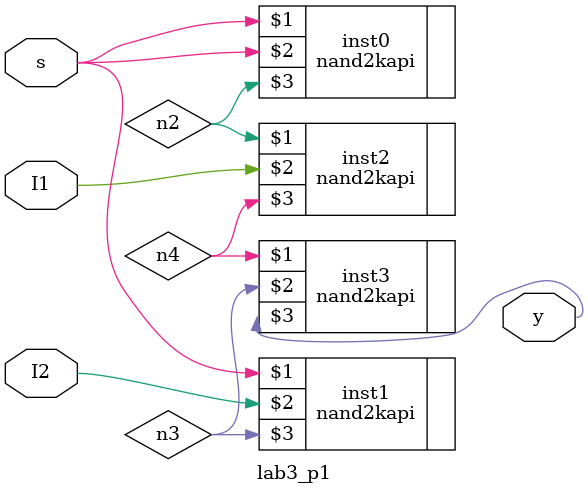
<source format=sv>

/* lab2_p1.sv 
* 
* Hazirlayanlar: 
* Sule Nur Demirdas
* 
* Notlar: 
* ELM235 2023 Bahar Lab2 - Problem 1 
* 2x1 MUX denkleminin gerçeklemesi 
* 
*/ 
`timescale 1ns/1ns
module lab3_p1(
	input logic I1, I2, s,
	output logic y
);

logic n2,n3,n4;
nand2kapi inst0(s,s,n2); 
nand2kapi inst1(s,I2,n3); 
nand2kapi inst2(n2,I1,n4);
nand2kapi inst3(n4,n3,y);
endmodule

</source>
